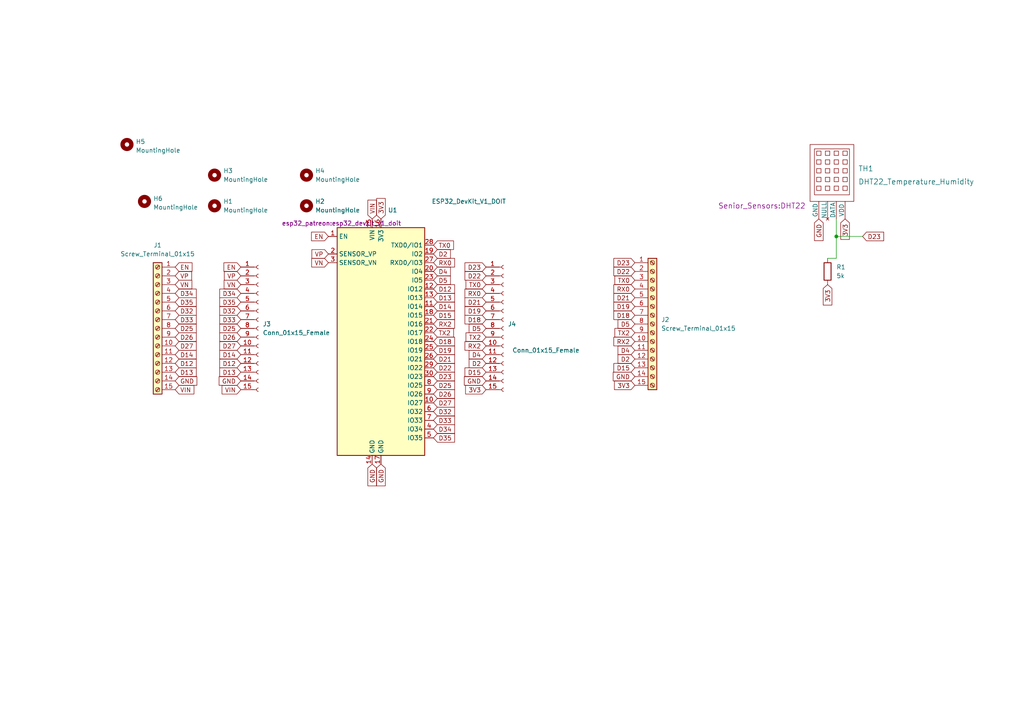
<source format=kicad_sch>
(kicad_sch (version 20211123) (generator eeschema)
  (paper "A4")
  (lib_symbols
    (symbol "Connector:Conn_01x15_Female" (pin_names (offset 1.016) hide)
      (property "Reference" "J" (at 0 20.32 0))
      (property "Value" "Conn_01x15_Female" (at 0 -20.32 0))
      (symbol "Conn_01x15_Female_1_1"
        (arc (start 0 -17.272) (mid -0.508 -17.78) (end 0 -18.288) (stroke (width 0.1524)))
        (arc (start 0 -14.732) (mid -0.508 -15.24) (end 0 -15.748) (stroke (width 0.1524)))
        (arc (start 0 -12.192) (mid -0.508 -12.7) (end 0 -13.208) (stroke (width 0.1524)))
        (arc (start 0 -9.652) (mid -0.508 -10.16) (end 0 -10.668) (stroke (width 0.1524)))
        (arc (start 0 -7.112) (mid -0.508 -7.62) (end 0 -8.128) (stroke (width 0.1524)))
        (arc (start 0 -4.572) (mid -0.508 -5.08) (end 0 -5.588) (stroke (width 0.1524)))
        (arc (start 0 -2.032) (mid -0.508 -2.54) (end 0 -3.048) (stroke (width 0.1524)))
        (polyline (pts (xy -1.27 -17.78) (xy -0.508 -17.78)) (stroke (width 0.1524)))
        (polyline (pts (xy -1.27 -15.24) (xy -0.508 -15.24)) (stroke (width 0.1524)))
        (polyline (pts (xy -1.27 -12.7) (xy -0.508 -12.7)) (stroke (width 0.1524)))
        (polyline (pts (xy -1.27 -10.16) (xy -0.508 -10.16)) (stroke (width 0.1524)))
        (polyline (pts (xy -1.27 -7.62) (xy -0.508 -7.62)) (stroke (width 0.1524)))
        (polyline (pts (xy -1.27 -5.08) (xy -0.508 -5.08)) (stroke (width 0.1524)))
        (polyline (pts (xy -1.27 -2.54) (xy -0.508 -2.54)) (stroke (width 0.1524)))
        (polyline (pts (xy -1.27 0) (xy -0.508 0)) (stroke (width 0.1524)))
        (polyline (pts (xy -1.27 2.54) (xy -0.508 2.54)) (stroke (width 0.1524)))
        (polyline (pts (xy -1.27 5.08) (xy -0.508 5.08)) (stroke (width 0.1524)))
        (polyline (pts (xy -1.27 7.62) (xy -0.508 7.62)) (stroke (width 0.1524)))
        (polyline (pts (xy -1.27 10.16) (xy -0.508 10.16)) (stroke (width 0.1524)))
        (polyline (pts (xy -1.27 12.7) (xy -0.508 12.7)) (stroke (width 0.1524)))
        (polyline (pts (xy -1.27 15.24) (xy -0.508 15.24)) (stroke (width 0.1524)))
        (polyline (pts (xy -1.27 17.78) (xy -0.508 17.78)) (stroke (width 0.1524)))
        (arc (start 0 0.508) (mid -0.508 0) (end 0 -0.508) (stroke (width 0.1524)))
        (arc (start 0 3.048) (mid -0.508 2.54) (end 0 2.032) (stroke (width 0.1524)))
        (arc (start 0 5.588) (mid -0.508 5.08) (end 0 4.572) (stroke (width 0.1524)))
        (arc (start 0 8.128) (mid -0.508 7.62) (end 0 7.112) (stroke (width 0.1524)))
        (arc (start 0 10.668) (mid -0.508 10.16) (end 0 9.652) (stroke (width 0.1524)))
        (arc (start 0 13.208) (mid -0.508 12.7) (end 0 12.192) (stroke (width 0.1524)))
        (arc (start 0 15.748) (mid -0.508 15.24) (end 0 14.732) (stroke (width 0.1524)))
        (arc (start 0 18.288) (mid -0.508 17.78) (end 0 17.272) (stroke (width 0.1524)))
        (pin passive line (at -5.08 17.78 0) (length 3.81) (name "Pin_1") (number "1"))
        (pin passive line (at -5.08 -5.08 0) (length 3.81) (name "Pin_10") (number "10"))
        (pin passive line (at -5.08 -7.62 0) (length 3.81) (name "Pin_11") (number "11"))
        (pin passive line (at -5.08 -10.16 0) (length 3.81) (name "Pin_12") (number "12"))
        (pin passive line (at -5.08 -12.7 0) (length 3.81) (name "Pin_13") (number "13"))
        (pin passive line (at -5.08 -15.24 0) (length 3.81) (name "Pin_14") (number "14"))
        (pin passive line (at -5.08 -17.78 0) (length 3.81) (name "Pin_15") (number "15"))
        (pin passive line (at -5.08 15.24 0) (length 3.81) (name "Pin_2") (number "2"))
        (pin passive line (at -5.08 12.7 0) (length 3.81) (name "Pin_3") (number "3"))
        (pin passive line (at -5.08 10.16 0) (length 3.81) (name "Pin_4") (number "4"))
        (pin passive line (at -5.08 7.62 0) (length 3.81) (name "Pin_5") (number "5"))
        (pin passive line (at -5.08 5.08 0) (length 3.81) (name "Pin_6") (number "6"))
        (pin passive line (at -5.08 2.54 0) (length 3.81) (name "Pin_7") (number "7"))
        (pin passive line (at -5.08 0 0) (length 3.81) (name "Pin_8") (number "8"))
        (pin passive line (at -5.08 -2.54 0) (length 3.81) (name "Pin_9") (number "9"))
      )
    )
    (symbol "Connector:Screw_Terminal_01x15" (pin_names (offset 1.016) hide)
      (property "Reference" "J" (at 0 20.32 0))
      (property "Value" "Screw_Terminal_01x15" (at 0 -20.32 0))
      (symbol "Screw_Terminal_01x15_1_1"
        (rectangle (start -1.27 19.05) (end 1.27 -19.05) (stroke (width 0.254)) (fill (type background)))
        (circle (center 0 -17.78) (radius 0.635) (stroke (width 0.1524)))
        (circle (center 0 -15.24) (radius 0.635) (stroke (width 0.1524)))
        (circle (center 0 -12.7) (radius 0.635) (stroke (width 0.1524)))
        (circle (center 0 -10.16) (radius 0.635) (stroke (width 0.1524)))
        (circle (center 0 -7.62) (radius 0.635) (stroke (width 0.1524)))
        (circle (center 0 -5.08) (radius 0.635) (stroke (width 0.1524)))
        (circle (center 0 -2.54) (radius 0.635) (stroke (width 0.1524)))
        (polyline (pts (xy -0.5334 -17.4498) (xy 0.3302 -18.288)) (stroke (width 0.1524)))
        (polyline (pts (xy -0.5334 -14.9098) (xy 0.3302 -15.748)) (stroke (width 0.1524)))
        (polyline (pts (xy -0.5334 -12.3698) (xy 0.3302 -13.208)) (stroke (width 0.1524)))
        (polyline (pts (xy -0.5334 -9.8298) (xy 0.3302 -10.668)) (stroke (width 0.1524)))
        (polyline (pts (xy -0.5334 -7.2898) (xy 0.3302 -8.128)) (stroke (width 0.1524)))
        (polyline (pts (xy -0.5334 -4.7498) (xy 0.3302 -5.588)) (stroke (width 0.1524)))
        (polyline (pts (xy -0.5334 -2.2098) (xy 0.3302 -3.048)) (stroke (width 0.1524)))
        (polyline (pts (xy -0.5334 0.3302) (xy 0.3302 -0.508)) (stroke (width 0.1524)))
        (polyline (pts (xy -0.5334 2.8702) (xy 0.3302 2.032)) (stroke (width 0.1524)))
        (polyline (pts (xy -0.5334 5.4102) (xy 0.3302 4.572)) (stroke (width 0.1524)))
        (polyline (pts (xy -0.5334 7.9502) (xy 0.3302 7.112)) (stroke (width 0.1524)))
        (polyline (pts (xy -0.5334 10.4902) (xy 0.3302 9.652)) (stroke (width 0.1524)))
        (polyline (pts (xy -0.5334 13.0302) (xy 0.3302 12.192)) (stroke (width 0.1524)))
        (polyline (pts (xy -0.5334 15.5702) (xy 0.3302 14.732)) (stroke (width 0.1524)))
        (polyline (pts (xy -0.5334 18.1102) (xy 0.3302 17.272)) (stroke (width 0.1524)))
        (polyline (pts (xy -0.3556 -17.272) (xy 0.508 -18.1102)) (stroke (width 0.1524)))
        (polyline (pts (xy -0.3556 -14.732) (xy 0.508 -15.5702)) (stroke (width 0.1524)))
        (polyline (pts (xy -0.3556 -12.192) (xy 0.508 -13.0302)) (stroke (width 0.1524)))
        (polyline (pts (xy -0.3556 -9.652) (xy 0.508 -10.4902)) (stroke (width 0.1524)))
        (polyline (pts (xy -0.3556 -7.112) (xy 0.508 -7.9502)) (stroke (width 0.1524)))
        (polyline (pts (xy -0.3556 -4.572) (xy 0.508 -5.4102)) (stroke (width 0.1524)))
        (polyline (pts (xy -0.3556 -2.032) (xy 0.508 -2.8702)) (stroke (width 0.1524)))
        (polyline (pts (xy -0.3556 0.508) (xy 0.508 -0.3302)) (stroke (width 0.1524)))
        (polyline (pts (xy -0.3556 3.048) (xy 0.508 2.2098)) (stroke (width 0.1524)))
        (polyline (pts (xy -0.3556 5.588) (xy 0.508 4.7498)) (stroke (width 0.1524)))
        (polyline (pts (xy -0.3556 8.128) (xy 0.508 7.2898)) (stroke (width 0.1524)))
        (polyline (pts (xy -0.3556 10.668) (xy 0.508 9.8298)) (stroke (width 0.1524)))
        (polyline (pts (xy -0.3556 13.208) (xy 0.508 12.3698)) (stroke (width 0.1524)))
        (polyline (pts (xy -0.3556 15.748) (xy 0.508 14.9098)) (stroke (width 0.1524)))
        (polyline (pts (xy -0.3556 18.288) (xy 0.508 17.4498)) (stroke (width 0.1524)))
        (circle (center 0 0) (radius 0.635) (stroke (width 0.1524)))
        (circle (center 0 2.54) (radius 0.635) (stroke (width 0.1524)))
        (circle (center 0 5.08) (radius 0.635) (stroke (width 0.1524)))
        (circle (center 0 7.62) (radius 0.635) (stroke (width 0.1524)))
        (circle (center 0 10.16) (radius 0.635) (stroke (width 0.1524)))
        (circle (center 0 12.7) (radius 0.635) (stroke (width 0.1524)))
        (circle (center 0 15.24) (radius 0.635) (stroke (width 0.1524)))
        (circle (center 0 17.78) (radius 0.635) (stroke (width 0.1524)))
        (pin passive line (at -5.08 17.78 0) (length 3.81) (name "Pin_1") (number "1"))
        (pin passive line (at -5.08 -5.08 0) (length 3.81) (name "Pin_10") (number "10"))
        (pin passive line (at -5.08 -7.62 0) (length 3.81) (name "Pin_11") (number "11"))
        (pin passive line (at -5.08 -10.16 0) (length 3.81) (name "Pin_12") (number "12"))
        (pin passive line (at -5.08 -12.7 0) (length 3.81) (name "Pin_13") (number "13"))
        (pin passive line (at -5.08 -15.24 0) (length 3.81) (name "Pin_14") (number "14"))
        (pin passive line (at -5.08 -17.78 0) (length 3.81) (name "Pin_15") (number "15"))
        (pin passive line (at -5.08 15.24 0) (length 3.81) (name "Pin_2") (number "2"))
        (pin passive line (at -5.08 12.7 0) (length 3.81) (name "Pin_3") (number "3"))
        (pin passive line (at -5.08 10.16 0) (length 3.81) (name "Pin_4") (number "4"))
        (pin passive line (at -5.08 7.62 0) (length 3.81) (name "Pin_5") (number "5"))
        (pin passive line (at -5.08 5.08 0) (length 3.81) (name "Pin_6") (number "6"))
        (pin passive line (at -5.08 2.54 0) (length 3.81) (name "Pin_7") (number "7"))
        (pin passive line (at -5.08 0 0) (length 3.81) (name "Pin_8") (number "8"))
        (pin passive line (at -5.08 -2.54 0) (length 3.81) (name "Pin_9") (number "9"))
      )
    )
    (symbol "Device:R" (pin_numbers hide) (pin_names (offset 0))
      (property "Reference" "R" (at 2.032 0 90))
      (property "Value" "R" (at 0 0 90))
      (symbol "R_0_1"
        (rectangle (start -1.016 -2.54) (end 1.016 2.54) (stroke (width 0.254)))
      )
      (symbol "R_1_1"
        (pin passive line (at 0 3.81 270) (length 1.27) (name "~") (number "1"))
        (pin passive line (at 0 -3.81 90) (length 1.27) (name "~") (number "2"))
      )
    )
    (symbol "Mechanical:MountingHole" (pin_names (offset 1.016))
      (property "Reference" "H" (at 0 5.08 0))
      (property "Value" "MountingHole" (at 0 3.175 0))
      (symbol "MountingHole_0_1"
        (circle (center 0 0) (radius 1.27) (stroke (width 1.27)))
      )
    )
    (symbol "Senios_Sensors:DHT22_Temperature_Humidity" (pin_numbers hide) (pin_names (offset 0))
      (property "Reference" "TH" (at 0 26.67 0))
      (property "Value" "DHT22_Temperature_Humidity" (at 0 24.13 0))
      (symbol "DHT22_Temperature_Humidity_0_1"
        (rectangle (start -6.35 5.08) (end 6.35 21.59))
        (rectangle (start -4.445 9.525) (end -3.175 8.255))
        (rectangle (start -4.445 12.065) (end -3.175 10.795))
        (rectangle (start -4.445 14.605) (end -3.175 13.335))
        (rectangle (start -4.445 17.145) (end -3.175 15.875))
        (rectangle (start -4.445 19.685) (end -3.175 18.415))
        (rectangle (start -1.905 8.255) (end -0.635 9.525))
        (rectangle (start -1.905 10.795) (end -0.635 12.065))
        (rectangle (start -1.905 13.335) (end -0.635 14.605))
        (rectangle (start -1.905 15.875) (end -0.635 17.145))
        (rectangle (start -1.905 18.415) (end -0.635 19.685))
        (rectangle (start 0.635 8.255) (end 1.905 9.525))
        (rectangle (start 0.635 10.795) (end 1.905 12.065))
        (rectangle (start 0.635 13.335) (end 1.905 14.605))
        (rectangle (start 0.635 15.875) (end 1.905 17.145))
        (rectangle (start 0.635 18.415) (end 1.905 19.685))
        (rectangle (start 3.175 8.255) (end 4.445 9.525))
        (rectangle (start 3.175 10.795) (end 4.445 12.065))
        (rectangle (start 3.175 13.335) (end 4.445 14.605))
        (rectangle (start 3.175 15.875) (end 4.445 17.145))
        (rectangle (start 3.175 18.415) (end 4.445 19.685))
        (rectangle (start 5.08 6.985) (end -5.08 20.32))
      )
      (symbol "DHT22_Temperature_Humidity_1_1"
        (pin power_in line (at -3.81 0 90) (length 5.08) (name "VDD") (number "1"))
        (pin input line (at -1.27 0 90) (length 5.08) (name "DATA") (number "2"))
        (pin no_connect line (at 1.27 0 90) (length 5.08) (name "NULL") (number "3"))
        (pin power_in line (at 3.81 0 90) (length 5.08) (name "GND") (number "4"))
      )
    )
    (symbol "esp32_patreon:ESP32_DevKit_V1_DOIT"
      (property "Reference" "U" (at -11.43 34.29 0))
      (property "Value" "ESP32_DevKit_V1_DOIT" (at 11.43 34.29 0))
      (symbol "ESP32_DevKit_V1_DOIT_1_1"
        (rectangle (start -12.7 33.02) (end 12.7 -33.02) (stroke (width 0.254)) (fill (type background)))
        (pin input line (at -15.24 30.48 0) (length 2.54) (name "EN") (number "1"))
        (pin bidirectional line (at 15.24 -17.78 180) (length 2.54) (name "IO27") (number "10"))
        (pin bidirectional line (at 15.24 10.16 180) (length 2.54) (name "IO14") (number "11"))
        (pin bidirectional line (at 15.24 15.24 180) (length 2.54) (name "IO12") (number "12"))
        (pin bidirectional line (at 15.24 12.7 180) (length 2.54) (name "IO13") (number "13"))
        (pin power_in line (at -2.54 -35.56 90) (length 2.54) (name "GND") (number "14"))
        (pin power_in line (at -2.54 35.56 270) (length 2.54) (name "VIN") (number "15"))
        (pin power_in line (at 0 35.56 270) (length 2.54) (name "3V3") (number "16"))
        (pin power_in line (at 0 -35.56 90) (length 2.54) (name "GND") (number "17"))
        (pin bidirectional line (at 15.24 7.62 180) (length 2.54) (name "IO15") (number "18"))
        (pin bidirectional line (at 15.24 25.4 180) (length 2.54) (name "IO2") (number "19"))
        (pin input line (at -15.24 25.4 0) (length 2.54) (name "SENSOR_VP") (number "2"))
        (pin bidirectional line (at 15.24 20.32 180) (length 2.54) (name "IO4") (number "20"))
        (pin bidirectional line (at 15.24 5.08 180) (length 2.54) (name "IO16") (number "21"))
        (pin bidirectional line (at 15.24 2.54 180) (length 2.54) (name "IO17") (number "22"))
        (pin bidirectional line (at 15.24 17.78 180) (length 2.54) (name "IO5") (number "23"))
        (pin bidirectional line (at 15.24 0 180) (length 2.54) (name "IO18") (number "24"))
        (pin bidirectional line (at 15.24 -2.54 180) (length 2.54) (name "IO19") (number "25"))
        (pin bidirectional line (at 15.24 -5.08 180) (length 2.54) (name "IO21") (number "26"))
        (pin bidirectional line (at 15.24 22.86 180) (length 2.54) (name "RXD0/IO3") (number "27"))
        (pin bidirectional line (at 15.24 27.94 180) (length 2.54) (name "TXD0/IO1") (number "28"))
        (pin bidirectional line (at 15.24 -7.62 180) (length 2.54) (name "IO22") (number "29"))
        (pin input line (at -15.24 22.86 0) (length 2.54) (name "SENSOR_VN") (number "3"))
        (pin bidirectional line (at 15.24 -10.16 180) (length 2.54) (name "IO23") (number "30"))
        (pin input line (at 15.24 -25.4 180) (length 2.54) (name "IO34") (number "4"))
        (pin input line (at 15.24 -27.94 180) (length 2.54) (name "IO35") (number "5"))
        (pin bidirectional line (at 15.24 -20.32 180) (length 2.54) (name "IO32") (number "6"))
        (pin bidirectional line (at 15.24 -22.86 180) (length 2.54) (name "IO33") (number "7"))
        (pin bidirectional line (at 15.24 -12.7 180) (length 2.54) (name "IO25") (number "8"))
        (pin bidirectional line (at 15.24 -15.24 180) (length 2.54) (name "IO26") (number "9"))
      )
    )
  )
  (junction (at 242.57 68.58))
  (wire (pts (xy 242.57 68.58) (xy 242.57 74.93)))
  (wire (pts (xy 242.57 68.58) (xy 250.19 68.58)))
  (wire (pts (xy 240.03 74.93) (xy 242.57 74.93)))
  (wire (pts (xy 242.57 63.5) (xy 242.57 68.58)))
  (global_label "D35" (shape input) (at 69.85 87.63 180) (property "Intersheet References" "${INTERSHEET_REFS}" (effects hide)))
  (global_label "D4" (shape input) (at 140.97 102.87 180) (property "Intersheet References" "${INTERSHEET_REFS}" (effects hide)))
  (global_label "D5" (shape input) (at 125.73 81.28 0) (property "Intersheet References" "${INTERSHEET_REFS}" (effects hide)))
  (global_label "GND" (shape input) (at 107.95 134.62 270) (property "Intersheet References" "${INTERSHEET_REFS}" (effects hide)))
  (global_label "VN" (shape input) (at 95.25 76.2 180) (property "Intersheet References" "${INTERSHEET_REFS}" (effects hide)))
  (global_label "D27" (shape input) (at 125.73 116.84 0) (property "Intersheet References" "${INTERSHEET_REFS}" (effects hide)))
  (global_label "RX2" (shape input) (at 140.97 100.33 180) (property "Intersheet References" "${INTERSHEET_REFS}" (effects hide)))
  (global_label "D14" (shape input) (at 69.85 102.87 180) (property "Intersheet References" "${INTERSHEET_REFS}" (effects hide)))
  (global_label "D26" (shape input) (at 50.8 97.79 0) (property "Intersheet References" "${INTERSHEET_REFS}" (effects hide)))
  (global_label "RX0" (shape input) (at 140.97 85.09 180) (property "Intersheet References" "${INTERSHEET_REFS}" (effects hide)))
  (global_label "VIN" (shape input) (at 107.95 63.5 90) (property "Intersheet References" "${INTERSHEET_REFS}" (effects hide)))
  (global_label "3V3" (shape input) (at 245.11 63.5 270) (property "Intersheet References" "${INTERSHEET_REFS}" (effects hide)))
  (global_label "D23" (shape input) (at 184.15 76.2 180) (property "Intersheet References" "${INTERSHEET_REFS}" (effects hide)))
  (global_label "D2" (shape input) (at 125.73 73.66 0) (property "Intersheet References" "${INTERSHEET_REFS}" (effects hide)))
  (global_label "D22" (shape input) (at 184.15 78.74 180) (property "Intersheet References" "${INTERSHEET_REFS}" (effects hide)))
  (global_label "D18" (shape input) (at 184.15 91.44 180) (property "Intersheet References" "${INTERSHEET_REFS}" (effects hide)))
  (global_label "D32" (shape input) (at 50.8 90.17 0) (property "Intersheet References" "${INTERSHEET_REFS}" (effects hide)))
  (global_label "D19" (shape input) (at 140.97 90.17 180) (property "Intersheet References" "${INTERSHEET_REFS}" (effects hide)))
  (global_label "D21" (shape input) (at 140.97 87.63 180) (property "Intersheet References" "${INTERSHEET_REFS}" (effects hide)))
  (global_label "D19" (shape input) (at 184.15 88.9 180) (property "Intersheet References" "${INTERSHEET_REFS}" (effects hide)))
  (global_label "TX2" (shape input) (at 140.97 97.79 180) (property "Intersheet References" "${INTERSHEET_REFS}" (effects hide)))
  (global_label "D12" (shape input) (at 69.85 105.41 180) (property "Intersheet References" "${INTERSHEET_REFS}" (effects hide)))
  (global_label "D4" (shape input) (at 184.15 101.6 180) (property "Intersheet References" "${INTERSHEET_REFS}" (effects hide)))
  (global_label "EN" (shape input) (at 95.25 68.58 180) (property "Intersheet References" "${INTERSHEET_REFS}" (effects hide)))
  (global_label "VIN" (shape input) (at 50.8 113.03 0) (property "Intersheet References" "${INTERSHEET_REFS}" (effects hide)))
  (global_label "D33" (shape input) (at 50.8 92.71 0) (property "Intersheet References" "${INTERSHEET_REFS}" (effects hide)))
  (global_label "D18" (shape input) (at 140.97 92.71 180) (property "Intersheet References" "${INTERSHEET_REFS}" (effects hide)))
  (global_label "RX0" (shape input) (at 125.73 76.2 0) (property "Intersheet References" "${INTERSHEET_REFS}" (effects hide)))
  (global_label "D25" (shape input) (at 50.8 95.25 0) (property "Intersheet References" "${INTERSHEET_REFS}" (effects hide)))
  (global_label "D12" (shape input) (at 50.8 105.41 0) (property "Intersheet References" "${INTERSHEET_REFS}" (effects hide)))
  (global_label "D13" (shape input) (at 69.85 107.95 180) (property "Intersheet References" "${INTERSHEET_REFS}" (effects hide)))
  (global_label "TX2" (shape input) (at 125.73 96.52 0) (property "Intersheet References" "${INTERSHEET_REFS}" (effects hide)))
  (global_label "D27" (shape input) (at 50.8 100.33 0) (property "Intersheet References" "${INTERSHEET_REFS}" (effects hide)))
  (global_label "D23" (shape input) (at 140.97 77.47 180) (property "Intersheet References" "${INTERSHEET_REFS}" (effects hide)))
  (global_label "D2" (shape input) (at 140.97 105.41 180) (property "Intersheet References" "${INTERSHEET_REFS}" (effects hide)))
  (global_label "RX2" (shape input) (at 125.73 93.98 0) (property "Intersheet References" "${INTERSHEET_REFS}" (effects hide)))
  (global_label "D15" (shape input) (at 125.73 91.44 0) (property "Intersheet References" "${INTERSHEET_REFS}" (effects hide)))
  (global_label "D4" (shape input) (at 125.73 78.74 0) (property "Intersheet References" "${INTERSHEET_REFS}" (effects hide)))
  (global_label "D21" (shape input) (at 184.15 86.36 180) (property "Intersheet References" "${INTERSHEET_REFS}" (effects hide)))
  (global_label "D34" (shape input) (at 69.85 85.09 180) (property "Intersheet References" "${INTERSHEET_REFS}" (effects hide)))
  (global_label "TX2" (shape input) (at 184.15 96.52 180) (property "Intersheet References" "${INTERSHEET_REFS}" (effects hide)))
  (global_label "VP" (shape input) (at 69.85 80.01 180) (property "Intersheet References" "${INTERSHEET_REFS}" (effects hide)))
  (global_label "D35" (shape input) (at 50.8 87.63 0) (property "Intersheet References" "${INTERSHEET_REFS}" (effects hide)))
  (global_label "VIN" (shape input) (at 69.85 113.03 180) (property "Intersheet References" "${INTERSHEET_REFS}" (effects hide)))
  (global_label "D18" (shape input) (at 125.73 99.06 0) (property "Intersheet References" "${INTERSHEET_REFS}" (effects hide)))
  (global_label "VN" (shape input) (at 69.85 82.55 180) (property "Intersheet References" "${INTERSHEET_REFS}" (effects hide)))
  (global_label "D2" (shape input) (at 184.15 104.14 180) (property "Intersheet References" "${INTERSHEET_REFS}" (effects hide)))
  (global_label "D21" (shape input) (at 125.73 104.14 0) (property "Intersheet References" "${INTERSHEET_REFS}" (effects hide)))
  (global_label "TX0" (shape input) (at 140.97 82.55 180) (property "Intersheet References" "${INTERSHEET_REFS}" (effects hide)))
  (global_label "RX0" (shape input) (at 184.15 83.82 180) (property "Intersheet References" "${INTERSHEET_REFS}" (effects hide)))
  (global_label "D34" (shape input) (at 50.8 85.09 0) (property "Intersheet References" "${INTERSHEET_REFS}" (effects hide)))
  (global_label "D13" (shape input) (at 125.73 86.36 0) (property "Intersheet References" "${INTERSHEET_REFS}" (effects hide)))
  (global_label "VP" (shape input) (at 95.25 73.66 180) (property "Intersheet References" "${INTERSHEET_REFS}" (effects hide)))
  (global_label "D23" (shape input) (at 250.19 68.58 0) (property "Intersheet References" "${INTERSHEET_REFS}" (effects hide)))
  (global_label "VP" (shape input) (at 50.8 80.01 0) (property "Intersheet References" "${INTERSHEET_REFS}" (effects hide)))
  (global_label "TX0" (shape input) (at 125.73 71.12 0) (property "Intersheet References" "${INTERSHEET_REFS}" (effects hide)))
  (global_label "D32" (shape input) (at 69.85 90.17 180) (property "Intersheet References" "${INTERSHEET_REFS}" (effects hide)))
  (global_label "GND" (shape input) (at 237.49 63.5 270) (property "Intersheet References" "${INTERSHEET_REFS}" (effects hide)))
  (global_label "D14" (shape input) (at 50.8 102.87 0) (property "Intersheet References" "${INTERSHEET_REFS}" (effects hide)))
  (global_label "GND" (shape input) (at 140.97 110.49 180) (property "Intersheet References" "${INTERSHEET_REFS}" (effects hide)))
  (global_label "D23" (shape input) (at 125.73 109.22 0) (property "Intersheet References" "${INTERSHEET_REFS}" (effects hide)))
  (global_label "3V3" (shape input) (at 240.03 82.55 270) (property "Intersheet References" "${INTERSHEET_REFS}" (effects hide)))
  (global_label "D32" (shape input) (at 125.73 119.38 0) (property "Intersheet References" "${INTERSHEET_REFS}" (effects hide)))
  (global_label "D15" (shape input) (at 140.97 107.95 180) (property "Intersheet References" "${INTERSHEET_REFS}" (effects hide)))
  (global_label "D5" (shape input) (at 184.15 93.98 180) (property "Intersheet References" "${INTERSHEET_REFS}" (effects hide)))
  (global_label "D26" (shape input) (at 125.73 114.3 0) (property "Intersheet References" "${INTERSHEET_REFS}" (effects hide)))
  (global_label "EN" (shape input) (at 69.85 77.47 180) (property "Intersheet References" "${INTERSHEET_REFS}" (effects hide)))
  (global_label "D35" (shape input) (at 125.73 127 0) (property "Intersheet References" "${INTERSHEET_REFS}" (effects hide)))
  (global_label "D25" (shape input) (at 69.85 95.25 180) (property "Intersheet References" "${INTERSHEET_REFS}" (effects hide)))
  (global_label "D15" (shape input) (at 184.15 106.68 180) (property "Intersheet References" "${INTERSHEET_REFS}" (effects hide)))
  (global_label "VN" (shape input) (at 50.8 82.55 0) (property "Intersheet References" "${INTERSHEET_REFS}" (effects hide)))
  (global_label "3V3" (shape input) (at 140.97 113.03 180) (property "Intersheet References" "${INTERSHEET_REFS}" (effects hide)))
  (global_label "D25" (shape input) (at 125.73 111.76 0) (property "Intersheet References" "${INTERSHEET_REFS}" (effects hide)))
  (global_label "GND" (shape input) (at 50.8 110.49 0) (property "Intersheet References" "${INTERSHEET_REFS}" (effects hide)))
  (global_label "3V3" (shape input) (at 184.15 111.76 180) (property "Intersheet References" "${INTERSHEET_REFS}" (effects hide)))
  (global_label "D34" (shape input) (at 125.73 124.46 0) (property "Intersheet References" "${INTERSHEET_REFS}" (effects hide)))
  (global_label "D13" (shape input) (at 50.8 107.95 0) (property "Intersheet References" "${INTERSHEET_REFS}" (effects hide)))
  (global_label "D12" (shape input) (at 125.73 83.82 0) (property "Intersheet References" "${INTERSHEET_REFS}" (effects hide)))
  (global_label "RX2" (shape input) (at 184.15 99.06 180) (property "Intersheet References" "${INTERSHEET_REFS}" (effects hide)))
  (global_label "D14" (shape input) (at 125.73 88.9 0) (property "Intersheet References" "${INTERSHEET_REFS}" (effects hide)))
  (global_label "3V3" (shape input) (at 110.49 63.5 90) (property "Intersheet References" "${INTERSHEET_REFS}" (effects hide)))
  (global_label "D27" (shape input) (at 69.85 100.33 180) (property "Intersheet References" "${INTERSHEET_REFS}" (effects hide)))
  (global_label "D22" (shape input) (at 125.73 106.68 0) (property "Intersheet References" "${INTERSHEET_REFS}" (effects hide)))
  (global_label "D33" (shape input) (at 69.85 92.71 180) (property "Intersheet References" "${INTERSHEET_REFS}" (effects hide)))
  (global_label "D5" (shape input) (at 140.97 95.25 180) (property "Intersheet References" "${INTERSHEET_REFS}" (effects hide)))
  (global_label "D26" (shape input) (at 69.85 97.79 180) (property "Intersheet References" "${INTERSHEET_REFS}" (effects hide)))
  (global_label "GND" (shape input) (at 110.49 134.62 270) (property "Intersheet References" "${INTERSHEET_REFS}" (effects hide)))
  (global_label "EN" (shape input) (at 50.8 77.47 0) (property "Intersheet References" "${INTERSHEET_REFS}" (effects hide)))
  (global_label "GND" (shape input) (at 184.15 109.22 180) (property "Intersheet References" "${INTERSHEET_REFS}" (effects hide)))
  (global_label "TX0" (shape input) (at 184.15 81.28 180) (property "Intersheet References" "${INTERSHEET_REFS}" (effects hide)))
  (global_label "D19" (shape input) (at 125.73 101.6 0) (property "Intersheet References" "${INTERSHEET_REFS}" (effects hide)))
  (global_label "GND" (shape input) (at 69.85 110.49 180) (property "Intersheet References" "${INTERSHEET_REFS}" (effects hide)))
  (global_label "D22" (shape input) (at 140.97 80.01 180) (property "Intersheet References" "${INTERSHEET_REFS}" (effects hide)))
  (global_label "D33" (shape input) (at 125.73 121.92 0) (property "Intersheet References" "${INTERSHEET_REFS}" (effects hide)))
  (symbol (lib_id "Connector:Screw_Terminal_01x15") (at 45.72 95.25 0) (mirror y) (unit 1)
    (property "Reference" "J1" (at 45.72 71.12 0))
    (property "Value" "Screw_Terminal_01x15" (at 45.72 73.66 0))
    (property "Footprint" "Connector_Phoenix_MSTB:PhoenixContact_MSTBV_2,5_15-GF_1x15_P5.00mm_Vertical_ThreadedFlange" (effects hide))
  )
  (symbol (lib_id "Connector:Conn_01x15_Female") (at 74.93 95.25 0) (unit 1)
    (property "Reference" "J3" (at 76.2 93.9799 0) (effects (justify left)))
    (property "Value" "Conn_01x15_Female" (at 76.2 96.5199 0) (effects (justify left)))
    (property "Footprint" "Connector_PinSocket_2.54mm:PinSocket_1x15_P2.54mm_Vertical" (effects hide))
  )
  (symbol (lib_id "Mechanical:MountingHole") (at 36.83 41.91 0) (unit 1)
    (property "Reference" "H5" (at 39.37 41.0753 0) (effects (justify left)))
    (property "Value" "MountingHole" (at 39.37 43.6122 0) (effects (justify left)))
    (property "Footprint" "MountingHole:MountingHole_2.5mm" (effects hide))
  )
  (symbol (lib_id "Mechanical:MountingHole") (at 41.91 58.42 0) (unit 1)
    (property "Reference" "H6" (at 44.45 57.5853 0) (effects (justify left)))
    (property "Value" "MountingHole" (at 44.45 60.1222 0) (effects (justify left)))
    (property "Footprint" "MountingHole:MountingHole_2.5mm" (effects hide))
  )
  (symbol (lib_id "Senios_Sensors:DHT22_Temperature_Humidity") (at 241.3 63.5 0) (mirror y) (unit 1)
    (property "Reference" "TH1" (at 248.92 48.895 0) (effects (font (size 1.524 1.524)) (justify right)))
    (property "Value" "DHT22_Temperature_Humidity" (at 248.92 52.705 0) (effects (font (size 1.524 1.524)) (justify right)))
    (property "Footprint" "Senior_Sensors:DHT22" (at 220.98 59.69 0) (effects (font (size 1.524 1.524))))
  )
  (symbol (lib_id "Mechanical:MountingHole") (at 62.23 50.8 0) (unit 1)
    (property "Reference" "H3" (at 64.77 49.5299 0) (effects (justify left)))
    (property "Value" "MountingHole" (at 64.77 52.0699 0) (effects (justify left)))
    (property "Footprint" "MountingHole:MountingHole_2.5mm" (effects hide))
  )
  (symbol (lib_id "Mechanical:MountingHole") (at 88.9 50.8 0) (unit 1)
    (property "Reference" "H4" (at 91.44 49.5299 0) (effects (justify left)))
    (property "Value" "MountingHole" (at 91.44 52.0699 0) (effects (justify left)))
    (property "Footprint" "MountingHole:MountingHole_2.5mm" (effects hide))
  )
  (symbol (lib_id "Connector:Conn_01x15_Female") (at 146.05 95.25 0) (unit 1)
    (property "Reference" "J4" (at 147.32 93.9799 0) (effects (justify left)))
    (property "Value" "Conn_01x15_Female" (at 148.59 101.5999 0) (effects (justify left)))
    (property "Footprint" "Connector_Phoenix_MC_HighVoltage:PhoenixContact_MCV_1,5_11-G-5.08_1x11_P5.08mm_Vertical" (effects hide))
  )
  (symbol (lib_id "esp32_patreon:ESP32_DevKit_V1_DOIT") (at 110.49 99.06 0) (unit 1)
    (property "Reference" "U1" (at 112.5094 60.96 0) (effects (justify left)))
    (property "Value" "ESP32_DevKit_V1_DOIT" (at 125.2094 58.42 0) (effects (justify left)))
    (property "Footprint" "esp32_patreon:esp32_devkit_v1_doit" (at 99.06 64.77 0))
    (property "Datasheet" "https://aliexpress.com/item/32864722159.html" (effects hide))
  )
  (symbol (lib_id "Connector:Screw_Terminal_01x15") (at 189.23 93.98 0) (unit 1)
    (property "Reference" "J2" (at 191.77 92.7099 0) (effects (justify left)))
    (property "Value" "Screw_Terminal_01x15" (at 191.77 95.2499 0) (effects (justify left)))
    (property "Footprint" "Connector_Phoenix_MSTB:PhoenixContact_MSTBV_2,5_15-GF_1x15_P5.00mm_Vertical_ThreadedFlange" (effects hide))
  )
  (symbol (lib_id "Device:R") (at 240.03 78.74 0) (unit 1)
    (property "Reference" "R1" (at 242.57 77.4699 0) (effects (justify left)))
    (property "Value" "5k" (at 242.57 80.0099 0) (effects (justify left)))
    (property "Footprint" "Resistor_THT:R_Axial_DIN0204_L3.6mm_D1.6mm_P7.62mm_Horizontal" (effects hide))
  )
  (symbol (lib_id "Mechanical:MountingHole") (at 62.23 59.69 0) (unit 1)
    (property "Reference" "H1" (at 64.77 58.4199 0) (effects (justify left)))
    (property "Value" "MountingHole" (at 64.77 60.9599 0) (effects (justify left)))
    (property "Footprint" "MountingHole:MountingHole_2.5mm" (effects hide))
  )
  (symbol (lib_id "Mechanical:MountingHole") (at 88.9 59.69 0) (unit 1)
    (property "Reference" "H2" (at 91.44 58.4199 0) (effects (justify left)))
    (property "Value" "MountingHole" (at 91.44 60.9599 0) (effects (justify left)))
    (property "Footprint" "MountingHole:MountingHole_2.5mm" (effects hide))
  )
)
</source>
